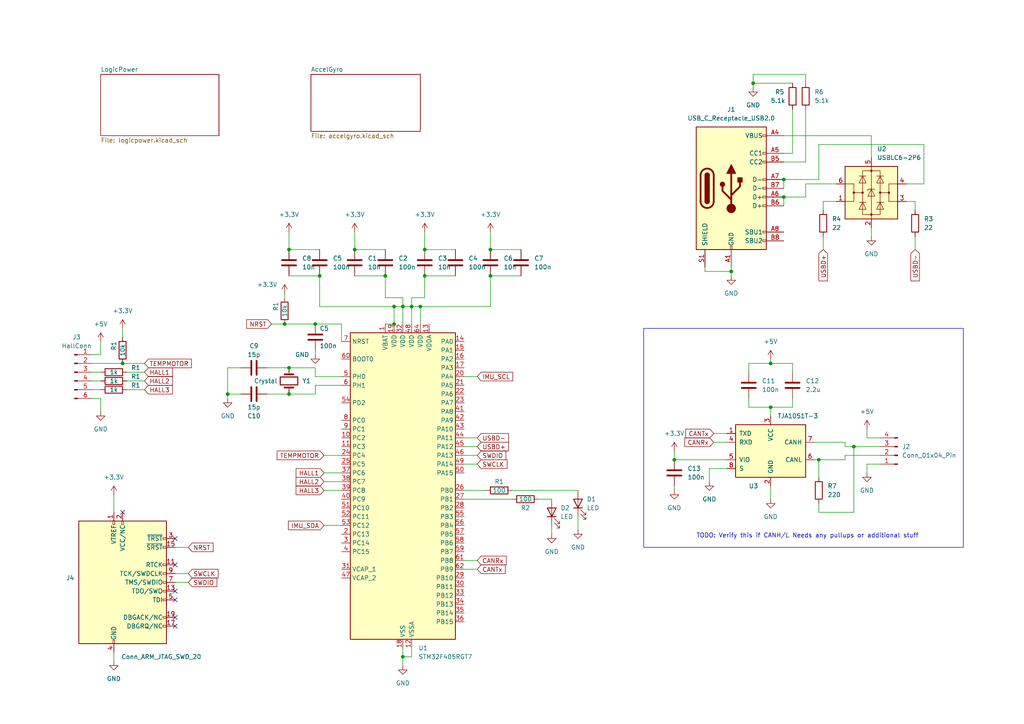
<source format=kicad_sch>
(kicad_sch (version 20230121) (generator eeschema)
  (paper "A4")
  (lib_symbols
    (symbol "Connector:Conn_01x04_Pin" (pin_names (offset 1.016) hide)
      (property "Reference" "J" (at 0 5.08 0))
      (property "Value" "Conn_01x04_Pin" (at 0 -7.62 0))
      (symbol "Conn_01x04_Pin_1_1"
        (polyline (pts (xy 1.27 -5.08) (xy 0.8636 -5.08)) (stroke (width 0.1524)))
        (polyline (pts (xy 1.27 -2.54) (xy 0.8636 -2.54)) (stroke (width 0.1524)))
        (polyline (pts (xy 1.27 0) (xy 0.8636 0)) (stroke (width 0.1524)))
        (polyline (pts (xy 1.27 2.54) (xy 0.8636 2.54)) (stroke (width 0.1524)))
        (rectangle (start 0.8636 -4.953) (end 0 -5.207) (stroke (width 0.1524)) (fill (type outline)))
        (rectangle (start 0.8636 -2.413) (end 0 -2.667) (stroke (width 0.1524)) (fill (type outline)))
        (rectangle (start 0.8636 0.127) (end 0 -0.127) (stroke (width 0.1524)) (fill (type outline)))
        (rectangle (start 0.8636 2.667) (end 0 2.413) (stroke (width 0.1524)) (fill (type outline)))
        (pin passive line (at 5.08 2.54 180) (length 3.81) (name "Pin_1") (number "1"))
        (pin passive line (at 5.08 0 180) (length 3.81) (name "Pin_2") (number "2"))
        (pin passive line (at 5.08 -2.54 180) (length 3.81) (name "Pin_3") (number "3"))
        (pin passive line (at 5.08 -5.08 180) (length 3.81) (name "Pin_4") (number "4"))
      )
    )
    (symbol "Connector:Conn_01x06_Pin" (pin_names (offset 1.016) hide)
      (property "Reference" "J" (at 0 7.62 0))
      (property "Value" "Conn_01x06_Pin" (at 0 -10.16 0))
      (symbol "Conn_01x06_Pin_1_1"
        (polyline (pts (xy 1.27 -7.62) (xy 0.8636 -7.62)) (stroke (width 0.1524)))
        (polyline (pts (xy 1.27 -5.08) (xy 0.8636 -5.08)) (stroke (width 0.1524)))
        (polyline (pts (xy 1.27 -2.54) (xy 0.8636 -2.54)) (stroke (width 0.1524)))
        (polyline (pts (xy 1.27 0) (xy 0.8636 0)) (stroke (width 0.1524)))
        (polyline (pts (xy 1.27 2.54) (xy 0.8636 2.54)) (stroke (width 0.1524)))
        (polyline (pts (xy 1.27 5.08) (xy 0.8636 5.08)) (stroke (width 0.1524)))
        (rectangle (start 0.8636 -7.493) (end 0 -7.747) (stroke (width 0.1524)) (fill (type outline)))
        (rectangle (start 0.8636 -4.953) (end 0 -5.207) (stroke (width 0.1524)) (fill (type outline)))
        (rectangle (start 0.8636 -2.413) (end 0 -2.667) (stroke (width 0.1524)) (fill (type outline)))
        (rectangle (start 0.8636 0.127) (end 0 -0.127) (stroke (width 0.1524)) (fill (type outline)))
        (rectangle (start 0.8636 2.667) (end 0 2.413) (stroke (width 0.1524)) (fill (type outline)))
        (rectangle (start 0.8636 5.207) (end 0 4.953) (stroke (width 0.1524)) (fill (type outline)))
        (pin passive line (at 5.08 5.08 180) (length 3.81) (name "Pin_1") (number "1"))
        (pin passive line (at 5.08 2.54 180) (length 3.81) (name "Pin_2") (number "2"))
        (pin passive line (at 5.08 0 180) (length 3.81) (name "Pin_3") (number "3"))
        (pin passive line (at 5.08 -2.54 180) (length 3.81) (name "Pin_4") (number "4"))
        (pin passive line (at 5.08 -5.08 180) (length 3.81) (name "Pin_5") (number "5"))
        (pin passive line (at 5.08 -7.62 180) (length 3.81) (name "Pin_6") (number "6"))
      )
    )
    (symbol "Connector:Conn_ARM_JTAG_SWD_20" (pin_names (offset 1.016))
      (property "Reference" "J" (at -5.08 21.59 0))
      (property "Value" "Conn_ARM_JTAG_SWD_20" (at -5.08 19.05 0))
      (symbol "Conn_ARM_JTAG_SWD_20_0_1"
        (rectangle (start -12.7 17.78) (end 12.7 -17.78) (stroke (width 0.254)) (fill (type background)))
        (rectangle (start -2.794 -17.78) (end -2.286 -16.764))
        (rectangle (start -2.794 17.78) (end -2.286 16.764))
        (rectangle (start -0.254 17.78) (end 0.254 16.764))
        (rectangle (start 11.684 2.286) (end 12.7 2.794))
        (rectangle (start 12.7 -12.446) (end 11.684 -12.954))
        (rectangle (start 12.7 -9.906) (end 11.684 -10.414))
        (rectangle (start 12.7 -2.794) (end 11.684 -2.286))
        (rectangle (start 12.7 -0.254) (end 11.684 0.254))
        (rectangle (start 12.7 4.826) (end 11.684 5.334))
        (rectangle (start 12.7 10.414) (end 11.684 9.906))
        (rectangle (start 12.7 12.954) (end 11.684 12.446))
      )
      (symbol "Conn_ARM_JTAG_SWD_20_1_1"
        (rectangle (start 11.684 -5.334) (end 12.7 -4.826))
        (pin power_in line (at -2.54 20.32 270) (length 2.54) (name "VTREF") (number "1"))
        (pin passive line (at -2.54 -20.32 90) (length 2.54) hide (name "GND") (number "10"))
        (pin input line (at 15.24 5.08 180) (length 2.54) (name "RTCK") (number "11"))
        (pin passive line (at -2.54 -20.32 90) (length 2.54) hide (name "GND") (number "12"))
        (pin input line (at 15.24 -2.54 180) (length 2.54) (name "TDO/SWO") (number "13"))
        (pin passive line (at -2.54 -20.32 90) (length 2.54) hide (name "GND") (number "14"))
        (pin bidirectional line (at 15.24 10.16 180) (length 2.54) (name "~{SRST}") (number "15"))
        (pin passive line (at -2.54 -20.32 90) (length 2.54) hide (name "GND") (number "16"))
        (pin output line (at 15.24 -12.7 180) (length 2.54) (name "DBGRQ/NC") (number "17"))
        (pin passive line (at -2.54 -20.32 90) (length 2.54) hide (name "GND") (number "18"))
        (pin input line (at 15.24 -10.16 180) (length 2.54) (name "DBGACK/NC") (number "19"))
        (pin power_in line (at 0 20.32 270) (length 2.54) (name "VCC/NC") (number "2"))
        (pin passive line (at -2.54 -20.32 90) (length 2.54) hide (name "GND") (number "20"))
        (pin output line (at 15.24 12.7 180) (length 2.54) (name "~{TRST}") (number "3"))
        (pin power_in line (at -2.54 -20.32 90) (length 2.54) (name "GND") (number "4"))
        (pin output line (at 15.24 -5.08 180) (length 2.54) (name "TDI") (number "5"))
        (pin passive line (at -2.54 -20.32 90) (length 2.54) hide (name "GND") (number "6"))
        (pin output line (at 15.24 0 180) (length 2.54) (name "TMS/SWDIO") (number "7"))
        (pin passive line (at -2.54 -20.32 90) (length 2.54) hide (name "GND") (number "8"))
        (pin output line (at 15.24 2.54 180) (length 2.54) (name "TCK/SWDCLK") (number "9"))
      )
    )
    (symbol "Connector:USB_C_Receptacle_USB2.0" (pin_names (offset 1.016))
      (property "Reference" "J" (at -10.16 19.05 0))
      (property "Value" "USB_C_Receptacle_USB2.0" (at 19.05 19.05 0))
      (symbol "USB_C_Receptacle_USB2.0_0_0"
        (rectangle (start -0.254 -17.78) (end 0.254 -16.764))
        (rectangle (start 10.16 -14.986) (end 9.144 -15.494))
        (rectangle (start 10.16 -12.446) (end 9.144 -12.954))
        (rectangle (start 10.16 -4.826) (end 9.144 -5.334))
        (rectangle (start 10.16 -2.286) (end 9.144 -2.794))
        (rectangle (start 10.16 0.254) (end 9.144 -0.254))
        (rectangle (start 10.16 2.794) (end 9.144 2.286))
        (rectangle (start 10.16 7.874) (end 9.144 7.366))
        (rectangle (start 10.16 10.414) (end 9.144 9.906))
        (rectangle (start 10.16 15.494) (end 9.144 14.986))
      )
      (symbol "USB_C_Receptacle_USB2.0_0_1"
        (rectangle (start -10.16 17.78) (end 10.16 -17.78) (stroke (width 0.254)) (fill (type background)))
        (arc (start -8.89 -3.81) (mid -6.985 -5.7067) (end -5.08 -3.81) (stroke (width 0.508)))
        (arc (start -7.62 -3.81) (mid -6.985 -4.4423) (end -6.35 -3.81) (stroke (width 0.254)))
        (arc (start -7.62 -3.81) (mid -6.985 -4.4423) (end -6.35 -3.81) (stroke (width 0.254)) (fill (type outline)))
        (rectangle (start -7.62 -3.81) (end -6.35 3.81) (stroke (width 0.254)) (fill (type outline)))
        (arc (start -6.35 3.81) (mid -6.985 4.4423) (end -7.62 3.81) (stroke (width 0.254)))
        (arc (start -6.35 3.81) (mid -6.985 4.4423) (end -7.62 3.81) (stroke (width 0.254)) (fill (type outline)))
        (arc (start -5.08 3.81) (mid -6.985 5.7067) (end -8.89 3.81) (stroke (width 0.508)))
        (circle (center -2.54 1.143) (radius 0.635) (stroke (width 0.254)) (fill (type outline)))
        (circle (center 0 -5.842) (radius 1.27) (fill (type outline)))
        (polyline (pts (xy -8.89 -3.81) (xy -8.89 3.81)) (stroke (width 0.508)))
        (polyline (pts (xy -5.08 3.81) (xy -5.08 -3.81)) (stroke (width 0.508)))
        (polyline (pts (xy 0 -5.842) (xy 0 4.318)) (stroke (width 0.508)))
        (polyline (pts (xy 0 -3.302) (xy -2.54 -0.762) (xy -2.54 0.508)) (stroke (width 0.508)))
        (polyline (pts (xy 0 -2.032) (xy 2.54 0.508) (xy 2.54 1.778)) (stroke (width 0.508)))
        (polyline (pts (xy -1.27 4.318) (xy 0 6.858) (xy 1.27 4.318) (xy -1.27 4.318)) (stroke (width 0.254)) (fill (type outline)))
        (rectangle (start 1.905 1.778) (end 3.175 3.048) (stroke (width 0.254)) (fill (type outline)))
      )
      (symbol "USB_C_Receptacle_USB2.0_1_1"
        (pin passive line (at 0 -22.86 90) (length 5.08) (name "GND") (number "A1"))
        (pin passive line (at 0 -22.86 90) (length 5.08) hide (name "GND") (number "A12"))
        (pin passive line (at 15.24 15.24 180) (length 5.08) (name "VBUS") (number "A4"))
        (pin bidirectional line (at 15.24 10.16 180) (length 5.08) (name "CC1") (number "A5"))
        (pin bidirectional line (at 15.24 -2.54 180) (length 5.08) (name "D+") (number "A6"))
        (pin bidirectional line (at 15.24 2.54 180) (length 5.08) (name "D-") (number "A7"))
        (pin bidirectional line (at 15.24 -12.7 180) (length 5.08) (name "SBU1") (number "A8"))
        (pin passive line (at 15.24 15.24 180) (length 5.08) hide (name "VBUS") (number "A9"))
        (pin passive line (at 0 -22.86 90) (length 5.08) hide (name "GND") (number "B1"))
        (pin passive line (at 0 -22.86 90) (length 5.08) hide (name "GND") (number "B12"))
        (pin passive line (at 15.24 15.24 180) (length 5.08) hide (name "VBUS") (number "B4"))
        (pin bidirectional line (at 15.24 7.62 180) (length 5.08) (name "CC2") (number "B5"))
        (pin bidirectional line (at 15.24 -5.08 180) (length 5.08) (name "D+") (number "B6"))
        (pin bidirectional line (at 15.24 0 180) (length 5.08) (name "D-") (number "B7"))
        (pin bidirectional line (at 15.24 -15.24 180) (length 5.08) (name "SBU2") (number "B8"))
        (pin passive line (at 15.24 15.24 180) (length 5.08) hide (name "VBUS") (number "B9"))
        (pin passive line (at -7.62 -22.86 90) (length 5.08) (name "SHIELD") (number "S1"))
      )
    )
    (symbol "Device:C" (pin_numbers hide) (pin_names (offset 0.254))
      (property "Reference" "C" (at 0.635 2.54 0))
      (property "Value" "C" (at 0.635 -2.54 0))
      (symbol "C_0_1"
        (polyline (pts (xy -2.032 -0.762) (xy 2.032 -0.762)) (stroke (width 0.508)))
        (polyline (pts (xy -2.032 0.762) (xy 2.032 0.762)) (stroke (width 0.508)))
      )
      (symbol "C_1_1"
        (pin passive line (at 0 3.81 270) (length 2.794) (name "~") (number "1"))
        (pin passive line (at 0 -3.81 90) (length 2.794) (name "~") (number "2"))
      )
    )
    (symbol "Device:Crystal" (pin_numbers hide) (pin_names (offset 1.016) hide)
      (property "Reference" "Y" (at 0 3.81 0))
      (property "Value" "Crystal" (at 0 -3.81 0))
      (symbol "Crystal_0_1"
        (rectangle (start -1.143 2.54) (end 1.143 -2.54) (stroke (width 0.3048)))
        (polyline (pts (xy -2.54 0) (xy -1.905 0)))
        (polyline (pts (xy -1.905 -1.27) (xy -1.905 1.27)) (stroke (width 0.508)))
        (polyline (pts (xy 1.905 -1.27) (xy 1.905 1.27)) (stroke (width 0.508)))
        (polyline (pts (xy 2.54 0) (xy 1.905 0)))
      )
      (symbol "Crystal_1_1"
        (pin passive line (at -3.81 0 0) (length 1.27) (name "1") (number "1"))
        (pin passive line (at 3.81 0 180) (length 1.27) (name "2") (number "2"))
      )
    )
    (symbol "Device:LED" (pin_numbers hide) (pin_names (offset 1.016) hide)
      (property "Reference" "D" (at 0 2.54 0))
      (property "Value" "LED" (at 0 -2.54 0))
      (symbol "LED_0_1"
        (polyline (pts (xy -1.27 -1.27) (xy -1.27 1.27)) (stroke (width 0.254)))
        (polyline (pts (xy -1.27 0) (xy 1.27 0)))
        (polyline (pts (xy 1.27 -1.27) (xy 1.27 1.27) (xy -1.27 0) (xy 1.27 -1.27)) (stroke (width 0.254)))
        (polyline (pts (xy -3.048 -0.762) (xy -4.572 -2.286) (xy -3.81 -2.286) (xy -4.572 -2.286) (xy -4.572 -1.524)))
        (polyline (pts (xy -1.778 -0.762) (xy -3.302 -2.286) (xy -2.54 -2.286) (xy -3.302 -2.286) (xy -3.302 -1.524)))
      )
      (symbol "LED_1_1"
        (pin passive line (at -3.81 0 0) (length 2.54) (name "K") (number "1"))
        (pin passive line (at 3.81 0 180) (length 2.54) (name "A") (number "2"))
      )
    )
    (symbol "Device:R" (pin_numbers hide) (pin_names (offset 0))
      (property "Reference" "R" (at 2.032 0 90))
      (property "Value" "R" (at 0 0 90))
      (symbol "R_0_1"
        (rectangle (start -1.016 -2.54) (end 1.016 2.54) (stroke (width 0.254)))
      )
      (symbol "R_1_1"
        (pin passive line (at 0 3.81 270) (length 1.27) (name "~") (number "1"))
        (pin passive line (at 0 -3.81 90) (length 1.27) (name "~") (number "2"))
      )
    )
    (symbol "Interface_CAN_LIN:TJA1051T-3" (pin_names (offset 1.016))
      (property "Reference" "U" (at -10.16 8.89 0))
      (property "Value" "TJA1051T-3" (at 1.27 8.89 0))
      (symbol "TJA1051T-3_0_1"
        (rectangle (start -10.16 7.62) (end 10.16 -7.62) (stroke (width 0.254)) (fill (type background)))
      )
      (symbol "TJA1051T-3_1_1"
        (pin input line (at -12.7 5.08 0) (length 2.54) (name "TXD") (number "1"))
        (pin power_in line (at 0 -10.16 90) (length 2.54) (name "GND") (number "2"))
        (pin power_in line (at 0 10.16 270) (length 2.54) (name "VCC") (number "3"))
        (pin output line (at -12.7 2.54 0) (length 2.54) (name "RXD") (number "4"))
        (pin power_in line (at -12.7 -2.54 0) (length 2.54) (name "VIO") (number "5"))
        (pin bidirectional line (at 12.7 -2.54 180) (length 2.54) (name "CANL") (number "6"))
        (pin bidirectional line (at 12.7 2.54 180) (length 2.54) (name "CANH") (number "7"))
        (pin input line (at -12.7 -5.08 0) (length 2.54) (name "S") (number "8"))
      )
    )
    (symbol "MCU_ST_STM32F4:STM32F405RGTx"
      (property "Reference" "U" (at -15.24 46.99 0))
      (property "Value" "STM32F405RGTx" (at 10.16 46.99 0))
      (symbol "STM32F405RGTx_0_1"
        (rectangle (start -15.24 -43.18) (end 15.24 45.72) (stroke (width 0.254)) (fill (type background)))
      )
      (symbol "STM32F405RGTx_1_1"
        (pin power_in line (at -5.08 48.26 270) (length 2.54) (name "VBAT") (number "1"))
        (pin bidirectional line (at -17.78 15.24 0) (length 2.54) (name "PC2") (number "10"))
        (pin bidirectional line (at -17.78 12.7 0) (length 2.54) (name "PC3") (number "11"))
        (pin power_in line (at 2.54 -45.72 90) (length 2.54) (name "VSSA") (number "12"))
        (pin power_in line (at 7.62 48.26 270) (length 2.54) (name "VDDA") (number "13"))
        (pin bidirectional line (at 17.78 43.18 180) (length 2.54) (name "PA0") (number "14"))
        (pin bidirectional line (at 17.78 40.64 180) (length 2.54) (name "PA1") (number "15"))
        (pin bidirectional line (at 17.78 38.1 180) (length 2.54) (name "PA2") (number "16"))
        (pin bidirectional line (at 17.78 35.56 180) (length 2.54) (name "PA3") (number "17"))
        (pin power_in line (at 0 -45.72 90) (length 2.54) (name "VSS") (number "18"))
        (pin power_in line (at -2.54 48.26 270) (length 2.54) (name "VDD") (number "19"))
        (pin bidirectional line (at -17.78 -12.7 0) (length 2.54) (name "PC13") (number "2"))
        (pin bidirectional line (at 17.78 33.02 180) (length 2.54) (name "PA4") (number "20"))
        (pin bidirectional line (at 17.78 30.48 180) (length 2.54) (name "PA5") (number "21"))
        (pin bidirectional line (at 17.78 27.94 180) (length 2.54) (name "PA6") (number "22"))
        (pin bidirectional line (at 17.78 25.4 180) (length 2.54) (name "PA7") (number "23"))
        (pin bidirectional line (at -17.78 10.16 0) (length 2.54) (name "PC4") (number "24"))
        (pin bidirectional line (at -17.78 7.62 0) (length 2.54) (name "PC5") (number "25"))
        (pin bidirectional line (at 17.78 0 180) (length 2.54) (name "PB0") (number "26"))
        (pin bidirectional line (at 17.78 -2.54 180) (length 2.54) (name "PB1") (number "27"))
        (pin bidirectional line (at 17.78 -5.08 180) (length 2.54) (name "PB2") (number "28"))
        (pin bidirectional line (at 17.78 -25.4 180) (length 2.54) (name "PB10") (number "29"))
        (pin bidirectional line (at -17.78 -15.24 0) (length 2.54) (name "PC14") (number "3"))
        (pin bidirectional line (at 17.78 -27.94 180) (length 2.54) (name "PB11") (number "30"))
        (pin power_out line (at -17.78 -22.86 0) (length 2.54) (name "VCAP_1") (number "31"))
        (pin power_in line (at 0 48.26 270) (length 2.54) (name "VDD") (number "32"))
        (pin bidirectional line (at 17.78 -30.48 180) (length 2.54) (name "PB12") (number "33"))
        (pin bidirectional line (at 17.78 -33.02 180) (length 2.54) (name "PB13") (number "34"))
        (pin bidirectional line (at 17.78 -35.56 180) (length 2.54) (name "PB14") (number "35"))
        (pin bidirectional line (at 17.78 -38.1 180) (length 2.54) (name "PB15") (number "36"))
        (pin bidirectional line (at -17.78 5.08 0) (length 2.54) (name "PC6") (number "37"))
        (pin bidirectional line (at -17.78 2.54 0) (length 2.54) (name "PC7") (number "38"))
        (pin bidirectional line (at -17.78 0 0) (length 2.54) (name "PC8") (number "39"))
        (pin bidirectional line (at -17.78 -17.78 0) (length 2.54) (name "PC15") (number "4"))
        (pin bidirectional line (at -17.78 -2.54 0) (length 2.54) (name "PC9") (number "40"))
        (pin bidirectional line (at 17.78 22.86 180) (length 2.54) (name "PA8") (number "41"))
        (pin bidirectional line (at 17.78 20.32 180) (length 2.54) (name "PA9") (number "42"))
        (pin bidirectional line (at 17.78 17.78 180) (length 2.54) (name "PA10") (number "43"))
        (pin bidirectional line (at 17.78 15.24 180) (length 2.54) (name "PA11") (number "44"))
        (pin bidirectional line (at 17.78 12.7 180) (length 2.54) (name "PA12") (number "45"))
        (pin bidirectional line (at 17.78 10.16 180) (length 2.54) (name "PA13") (number "46"))
        (pin power_out line (at -17.78 -25.4 0) (length 2.54) (name "VCAP_2") (number "47"))
        (pin power_in line (at 2.54 48.26 270) (length 2.54) (name "VDD") (number "48"))
        (pin bidirectional line (at 17.78 7.62 180) (length 2.54) (name "PA14") (number "49"))
        (pin bidirectional line (at -17.78 33.02 0) (length 2.54) (name "PH0") (number "5"))
        (pin bidirectional line (at 17.78 5.08 180) (length 2.54) (name "PA15") (number "50"))
        (pin bidirectional line (at -17.78 -5.08 0) (length 2.54) (name "PC10") (number "51"))
        (pin bidirectional line (at -17.78 -7.62 0) (length 2.54) (name "PC11") (number "52"))
        (pin bidirectional line (at -17.78 -10.16 0) (length 2.54) (name "PC12") (number "53"))
        (pin bidirectional line (at -17.78 25.4 0) (length 2.54) (name "PD2") (number "54"))
        (pin bidirectional line (at 17.78 -7.62 180) (length 2.54) (name "PB3") (number "55"))
        (pin bidirectional line (at 17.78 -10.16 180) (length 2.54) (name "PB4") (number "56"))
        (pin bidirectional line (at 17.78 -12.7 180) (length 2.54) (name "PB5") (number "57"))
        (pin bidirectional line (at 17.78 -15.24 180) (length 2.54) (name "PB6") (number "58"))
        (pin bidirectional line (at 17.78 -17.78 180) (length 2.54) (name "PB7") (number "59"))
        (pin bidirectional line (at -17.78 30.48 0) (length 2.54) (name "PH1") (number "6"))
        (pin input line (at -17.78 38.1 0) (length 2.54) (name "BOOT0") (number "60"))
        (pin bidirectional line (at 17.78 -20.32 180) (length 2.54) (name "PB8") (number "61"))
        (pin bidirectional line (at 17.78 -22.86 180) (length 2.54) (name "PB9") (number "62"))
        (pin passive line (at 0 -45.72 90) (length 2.54) hide (name "VSS") (number "63"))
        (pin power_in line (at 5.08 48.26 270) (length 2.54) (name "VDD") (number "64"))
        (pin input line (at -17.78 43.18 0) (length 2.54) (name "NRST") (number "7"))
        (pin bidirectional line (at -17.78 20.32 0) (length 2.54) (name "PC0") (number "8"))
        (pin bidirectional line (at -17.78 17.78 0) (length 2.54) (name "PC1") (number "9"))
      )
    )
    (symbol "Power_Protection:USBLC6-2P6" (pin_names hide)
      (property "Reference" "U" (at 2.54 8.89 0))
      (property "Value" "USBLC6-2P6" (at 2.54 -8.89 0))
      (symbol "USBLC6-2P6_0_1"
        (rectangle (start -7.62 -7.62) (end 7.62 7.62) (stroke (width 0.254)) (fill (type background)))
        (circle (center -5.08 0) (radius 0.254) (fill (type outline)))
        (circle (center -2.54 0) (radius 0.254) (fill (type outline)))
        (rectangle (start -2.54 6.35) (end 2.54 -6.35))
        (circle (center 0 -6.35) (radius 0.254) (fill (type outline)))
        (polyline (pts (xy -5.08 -2.54) (xy -7.62 -2.54)))
        (polyline (pts (xy -5.08 0) (xy -5.08 -2.54)))
        (polyline (pts (xy -5.08 2.54) (xy -7.62 2.54)))
        (polyline (pts (xy -1.524 -2.794) (xy -3.556 -2.794)))
        (polyline (pts (xy -1.524 4.826) (xy -3.556 4.826)))
        (polyline (pts (xy 0 -7.62) (xy 0 -6.35)))
        (polyline (pts (xy 0 -6.35) (xy 0 1.27)))
        (polyline (pts (xy 0 1.27) (xy 0 6.35)))
        (polyline (pts (xy 0 6.35) (xy 0 7.62)))
        (polyline (pts (xy 1.524 -2.794) (xy 3.556 -2.794)))
        (polyline (pts (xy 1.524 4.826) (xy 3.556 4.826)))
        (polyline (pts (xy 5.08 -2.54) (xy 7.62 -2.54)))
        (polyline (pts (xy 5.08 0) (xy 5.08 -2.54)))
        (polyline (pts (xy 5.08 2.54) (xy 7.62 2.54)))
        (polyline (pts (xy -2.54 0) (xy -5.08 0) (xy -5.08 2.54)))
        (polyline (pts (xy 2.54 0) (xy 5.08 0) (xy 5.08 2.54)))
        (polyline (pts (xy -3.556 -4.826) (xy -1.524 -4.826) (xy -2.54 -2.794) (xy -3.556 -4.826)))
        (polyline (pts (xy -3.556 2.794) (xy -1.524 2.794) (xy -2.54 4.826) (xy -3.556 2.794)))
        (polyline (pts (xy -1.016 -1.016) (xy 1.016 -1.016) (xy 0 1.016) (xy -1.016 -1.016)))
        (polyline (pts (xy 1.016 1.016) (xy 0.762 1.016) (xy -1.016 1.016) (xy -1.016 0.508)))
        (polyline (pts (xy 3.556 -4.826) (xy 1.524 -4.826) (xy 2.54 -2.794) (xy 3.556 -4.826)))
        (polyline (pts (xy 3.556 2.794) (xy 1.524 2.794) (xy 2.54 4.826) (xy 3.556 2.794)))
        (circle (center 0 6.35) (radius 0.254) (fill (type outline)))
        (circle (center 2.54 0) (radius 0.254) (fill (type outline)))
        (circle (center 5.08 0) (radius 0.254) (fill (type outline)))
      )
      (symbol "USBLC6-2P6_1_1"
        (pin passive line (at -10.16 -2.54 0) (length 2.54) (name "I/O1") (number "1"))
        (pin passive line (at 0 -10.16 90) (length 2.54) (name "GND") (number "2"))
        (pin passive line (at 10.16 -2.54 180) (length 2.54) (name "I/O2") (number "3"))
        (pin passive line (at 10.16 2.54 180) (length 2.54) (name "I/O2") (number "4"))
        (pin passive line (at 0 10.16 270) (length 2.54) (name "VBUS") (number "5"))
        (pin passive line (at -10.16 2.54 0) (length 2.54) (name "I/O1") (number "6"))
      )
    )
    (symbol "power:+3.3V" (power) (pin_names (offset 0))
      (property "Value" "+3.3V" (at 0 3.556 0))
      (symbol "+3.3V_0_1"
        (polyline (pts (xy -0.762 1.27) (xy 0 2.54)))
        (polyline (pts (xy 0 0) (xy 0 2.54)))
        (polyline (pts (xy 0 2.54) (xy 0.762 1.27)))
      )
      (symbol "+3.3V_1_1"
        (pin power_in line (at 0 0 90) (length 0) hide (name "+3.3V") (number "1"))
      )
    )
    (symbol "power:+5V" (power) (pin_names (offset 0))
      (property "Value" "+5V" (at 0 3.556 0))
      (symbol "+5V_0_1"
        (polyline (pts (xy -0.762 1.27) (xy 0 2.54)))
        (polyline (pts (xy 0 0) (xy 0 2.54)))
        (polyline (pts (xy 0 2.54) (xy 0.762 1.27)))
      )
      (symbol "+5V_1_1"
        (pin power_in line (at 0 0 90) (length 0) hide (name "+5V") (number "1"))
      )
    )
    (symbol "power:GND" (power) (pin_names (offset 0))
      (property "Value" "GND" (at 0 -3.81 0))
      (symbol "GND_0_1"
        (polyline (pts (xy 0 0) (xy 0 -1.27) (xy 1.27 -1.27) (xy 0 -2.54) (xy -1.27 -1.27) (xy 0 -1.27)))
      )
      (symbol "GND_1_1"
        (pin power_in line (at 0 0 270) (length 0) hide (name "GND") (number "1"))
      )
    )
  )
  (junction (at 195.58 133.35))
  (junction (at 123.19 80.01))
  (junction (at 114.3 88.9))
  (junction (at 218.44 24.13))
  (junction (at 247.65 129.54))
  (junction (at 121.92 88.9))
  (junction (at 119.38 88.9))
  (junction (at 66.04 114.3))
  (junction (at 82.55 93.98))
  (junction (at 83.82 106.68))
  (junction (at 223.52 118.11))
  (junction (at 114.3 93.98))
  (junction (at 212.09 78.74))
  (junction (at 83.82 114.3))
  (junction (at 35.56 105.41))
  (junction (at 91.44 93.98))
  (junction (at 116.84 88.9))
  (junction (at 116.84 190.5))
  (junction (at 111.76 80.01))
  (junction (at 102.87 72.39))
  (junction (at 142.24 72.39))
  (junction (at 92.71 80.01))
  (junction (at 142.24 80.01))
  (junction (at 223.52 105.41))
  (junction (at 83.82 72.39))
  (junction (at 123.19 72.39))
  (junction (at 237.49 133.35))
  (junction (at 227.33 57.15))
  (junction (at 227.33 52.07))
  (no_connect (at 50.8 171.45))
  (no_connect (at 50.8 179.07))
  (no_connect (at 50.8 163.83))
  (no_connect (at 50.8 181.61))
  (no_connect (at 35.56 148.59))
  (no_connect (at 50.8 173.99))
  (no_connect (at 50.8 156.21))
  (wire (pts (xy 233.68 24.13) (xy 233.68 21.59)))
  (wire (pts (xy 99.06 99.06) (xy 99.06 93.98)))
  (wire (pts (xy 134.62 132.08) (xy 138.43 132.08)))
  (wire (pts (xy 29.21 115.57) (xy 26.67 115.57)))
  (wire (pts (xy 50.8 168.91) (xy 54.61 168.91)))
  (wire (pts (xy 242.57 53.34) (xy 233.68 53.34)))
  (wire (pts (xy 142.24 88.9) (xy 142.24 80.01)))
  (wire (pts (xy 35.56 95.25) (xy 35.56 97.79)))
  (wire (pts (xy 121.92 88.9) (xy 142.24 88.9)))
  (wire (pts (xy 207.01 125.73) (xy 210.82 125.73)))
  (wire (pts (xy 29.21 102.87) (xy 29.21 99.06)))
  (wire (pts (xy 134.62 134.62) (xy 138.43 134.62)))
  (wire (pts (xy 50.8 166.37) (xy 54.61 166.37)))
  (wire (pts (xy 119.38 88.9) (xy 119.38 86.36)))
  (wire (pts (xy 121.92 93.98) (xy 121.92 88.9)))
  (wire (pts (xy 265.43 68.58) (xy 265.43 72.39)))
  (wire (pts (xy 148.59 142.24) (xy 167.64 142.24)))
  (wire (pts (xy 233.68 46.99) (xy 233.68 31.75)))
  (wire (pts (xy 233.68 21.59) (xy 218.44 21.59)))
  (wire (pts (xy 50.8 158.75) (xy 54.61 158.75)))
  (wire (pts (xy 93.98 139.7) (xy 99.06 139.7)))
  (wire (pts (xy 204.47 78.74) (xy 212.09 78.74)))
  (wire (pts (xy 195.58 130.81) (xy 195.58 133.35)))
  (wire (pts (xy 102.87 72.39) (xy 111.76 72.39)))
  (wire (pts (xy 236.22 128.27) (xy 245.11 128.27)))
  (wire (pts (xy 116.84 86.36) (xy 111.76 86.36)))
  (wire (pts (xy 36.83 113.03) (xy 41.91 113.03)))
  (wire (pts (xy 134.62 127) (xy 138.43 127)))
  (wire (pts (xy 33.02 143.51) (xy 33.02 148.59)))
  (wire (pts (xy 134.62 162.56) (xy 138.43 162.56)))
  (wire (pts (xy 119.38 187.96) (xy 119.38 190.5)))
  (wire (pts (xy 238.76 58.42) (xy 238.76 60.96)))
  (wire (pts (xy 205.74 135.89) (xy 205.74 139.7)))
  (wire (pts (xy 114.3 88.9) (xy 92.71 88.9)))
  (wire (pts (xy 134.62 129.54) (xy 138.43 129.54)))
  (wire (pts (xy 77.47 106.68) (xy 83.82 106.68)))
  (wire (pts (xy 262.89 53.34) (xy 267.97 53.34)))
  (wire (pts (xy 255.27 127) (xy 251.46 127)))
  (wire (pts (xy 134.62 109.22) (xy 138.43 109.22)))
  (wire (pts (xy 119.38 86.36) (xy 123.19 86.36)))
  (wire (pts (xy 237.49 52.07) (xy 227.33 52.07)))
  (wire (pts (xy 111.76 93.98) (xy 114.3 93.98)))
  (wire (pts (xy 247.65 129.54) (xy 255.27 129.54)))
  (wire (pts (xy 237.49 41.91) (xy 237.49 52.07)))
  (wire (pts (xy 227.33 52.07) (xy 227.33 54.61)))
  (wire (pts (xy 116.84 88.9) (xy 116.84 86.36)))
  (wire (pts (xy 123.19 67.31) (xy 123.19 72.39)))
  (wire (pts (xy 229.87 107.95) (xy 229.87 105.41)))
  (wire (pts (xy 233.68 57.15) (xy 227.33 57.15)))
  (wire (pts (xy 218.44 21.59) (xy 218.44 24.13)))
  (wire (pts (xy 69.85 114.3) (xy 66.04 114.3)))
  (wire (pts (xy 237.49 148.59) (xy 247.65 148.59)))
  (wire (pts (xy 227.33 46.99) (xy 233.68 46.99)))
  (wire (pts (xy 26.67 110.49) (xy 29.21 110.49)))
  (wire (pts (xy 217.17 115.57) (xy 217.17 118.11)))
  (wire (pts (xy 36.83 107.95) (xy 41.91 107.95)))
  (wire (pts (xy 26.67 105.41) (xy 35.56 105.41)))
  (wire (pts (xy 204.47 77.47) (xy 204.47 78.74)))
  (wire (pts (xy 229.87 118.11) (xy 223.52 118.11)))
  (wire (pts (xy 195.58 133.35) (xy 210.82 133.35)))
  (wire (pts (xy 245.11 132.08) (xy 255.27 132.08)))
  (wire (pts (xy 93.98 137.16) (xy 99.06 137.16)))
  (wire (pts (xy 66.04 114.3) (xy 66.04 115.57)))
  (wire (pts (xy 116.84 187.96) (xy 116.84 190.5)))
  (wire (pts (xy 119.38 88.9) (xy 121.92 88.9)))
  (wire (pts (xy 238.76 68.58) (xy 238.76 72.39)))
  (wire (pts (xy 265.43 58.42) (xy 265.43 60.96)))
  (wire (pts (xy 237.49 146.05) (xy 237.49 148.59)))
  (wire (pts (xy 91.44 109.22) (xy 91.44 106.68)))
  (wire (pts (xy 229.87 115.57) (xy 229.87 118.11)))
  (wire (pts (xy 26.67 107.95) (xy 29.21 107.95)))
  (wire (pts (xy 236.22 133.35) (xy 237.49 133.35)))
  (wire (pts (xy 33.02 189.23) (xy 33.02 191.77)))
  (wire (pts (xy 156.21 144.78) (xy 160.02 144.78)))
  (wire (pts (xy 223.52 118.11) (xy 223.52 120.65)))
  (wire (pts (xy 142.24 80.01) (xy 151.13 80.01)))
  (wire (pts (xy 252.73 39.37) (xy 227.33 39.37)))
  (wire (pts (xy 93.98 142.24) (xy 99.06 142.24)))
  (wire (pts (xy 114.3 93.98) (xy 114.3 88.9)))
  (wire (pts (xy 69.85 106.68) (xy 66.04 106.68)))
  (wire (pts (xy 29.21 119.38) (xy 29.21 115.57)))
  (wire (pts (xy 195.58 140.97) (xy 195.58 142.24)))
  (wire (pts (xy 77.47 114.3) (xy 83.82 114.3)))
  (wire (pts (xy 218.44 24.13) (xy 218.44 25.4)))
  (wire (pts (xy 237.49 133.35) (xy 245.11 133.35)))
  (wire (pts (xy 245.11 128.27) (xy 245.11 129.54)))
  (wire (pts (xy 78.74 93.98) (xy 82.55 93.98)))
  (wire (pts (xy 102.87 67.31) (xy 102.87 72.39)))
  (wire (pts (xy 123.19 72.39) (xy 132.08 72.39)))
  (wire (pts (xy 35.56 105.41) (xy 41.91 105.41)))
  (wire (pts (xy 116.84 190.5) (xy 116.84 193.04)))
  (wire (pts (xy 99.06 93.98) (xy 91.44 93.98)))
  (wire (pts (xy 252.73 45.72) (xy 252.73 39.37)))
  (wire (pts (xy 251.46 134.62) (xy 251.46 137.16)))
  (wire (pts (xy 116.84 88.9) (xy 119.38 88.9)))
  (wire (pts (xy 223.52 105.41) (xy 217.17 105.41)))
  (wire (pts (xy 212.09 77.47) (xy 212.09 78.74)))
  (wire (pts (xy 66.04 106.68) (xy 66.04 114.3)))
  (wire (pts (xy 251.46 127) (xy 251.46 124.46)))
  (wire (pts (xy 93.98 132.08) (xy 99.06 132.08)))
  (wire (pts (xy 111.76 86.36) (xy 111.76 80.01)))
  (wire (pts (xy 93.98 152.4) (xy 99.06 152.4)))
  (wire (pts (xy 123.19 80.01) (xy 132.08 80.01)))
  (wire (pts (xy 229.87 105.41) (xy 223.52 105.41)))
  (wire (pts (xy 245.11 129.54) (xy 247.65 129.54)))
  (wire (pts (xy 134.62 165.1) (xy 138.43 165.1)))
  (wire (pts (xy 233.68 53.34) (xy 233.68 57.15)))
  (wire (pts (xy 267.97 41.91) (xy 237.49 41.91)))
  (wire (pts (xy 223.52 140.97) (xy 223.52 144.78)))
  (wire (pts (xy 265.43 58.42) (xy 262.89 58.42)))
  (wire (pts (xy 91.44 101.6) (xy 91.44 102.87)))
  (wire (pts (xy 217.17 105.41) (xy 217.17 107.95)))
  (wire (pts (xy 255.27 134.62) (xy 251.46 134.62)))
  (wire (pts (xy 123.19 86.36) (xy 123.19 80.01)))
  (wire (pts (xy 119.38 93.98) (xy 119.38 88.9)))
  (wire (pts (xy 116.84 93.98) (xy 116.84 88.9)))
  (wire (pts (xy 223.52 104.14) (xy 223.52 105.41)))
  (wire (pts (xy 247.65 148.59) (xy 247.65 129.54)))
  (wire (pts (xy 91.44 111.76) (xy 91.44 114.3)))
  (wire (pts (xy 114.3 88.9) (xy 116.84 88.9)))
  (wire (pts (xy 210.82 135.89) (xy 205.74 135.89)))
  (wire (pts (xy 245.11 133.35) (xy 245.11 132.08)))
  (wire (pts (xy 227.33 57.15) (xy 227.33 59.69)))
  (wire (pts (xy 242.57 58.42) (xy 238.76 58.42)))
  (wire (pts (xy 82.55 85.09) (xy 82.55 86.36)))
  (wire (pts (xy 160.02 152.4) (xy 160.02 154.94)))
  (wire (pts (xy 36.83 110.49) (xy 41.91 110.49)))
  (wire (pts (xy 207.01 128.27) (xy 210.82 128.27)))
  (wire (pts (xy 212.09 78.74) (xy 212.09 80.01)))
  (wire (pts (xy 92.71 88.9) (xy 92.71 80.01)))
  (wire (pts (xy 26.67 102.87) (xy 29.21 102.87)))
  (wire (pts (xy 119.38 190.5) (xy 116.84 190.5)))
  (wire (pts (xy 229.87 44.45) (xy 229.87 31.75)))
  (wire (pts (xy 99.06 109.22) (xy 91.44 109.22)))
  (wire (pts (xy 142.24 72.39) (xy 151.13 72.39)))
  (wire (pts (xy 252.73 66.04) (xy 252.73 68.58)))
  (wire (pts (xy 91.44 106.68) (xy 83.82 106.68)))
  (wire (pts (xy 134.62 142.24) (xy 140.97 142.24)))
  (wire (pts (xy 227.33 44.45) (xy 229.87 44.45)))
  (wire (pts (xy 99.06 111.76) (xy 91.44 111.76)))
  (wire (pts (xy 83.82 114.3) (xy 91.44 114.3)))
  (wire (pts (xy 102.87 80.01) (xy 111.76 80.01)))
  (wire (pts (xy 229.87 24.13) (xy 218.44 24.13)))
  (wire (pts (xy 267.97 53.34) (xy 267.97 41.91)))
  (wire (pts (xy 83.82 72.39) (xy 92.71 72.39)))
  (wire (pts (xy 83.82 80.01) (xy 92.71 80.01)))
  (wire (pts (xy 26.67 113.03) (xy 29.21 113.03)))
  (wire (pts (xy 217.17 118.11) (xy 223.52 118.11)))
  (wire (pts (xy 82.55 93.98) (xy 91.44 93.98)))
  (wire (pts (xy 237.49 133.35) (xy 237.49 138.43)))
  (wire (pts (xy 142.24 67.31) (xy 142.24 72.39)))
  (wire (pts (xy 134.62 144.78) (xy 148.59 144.78)))
  (wire (pts (xy 83.82 67.31) (xy 83.82 72.39)))
  (wire (pts (xy 167.64 149.86) (xy 167.64 153.67)))
  (rectangle (start 186.69 95.25) (end 279.4 158.75))
  (text "TODO: Verify this if CANH/L Needs any pullups or additional stuff" (at 201.93 156.21 0) (effects (font (size 1.27 1.27)) (justify left bottom)))
  (global_label "SWDIO" (shape input) (at 54.61 168.91 0) (property "Intersheetrefs" "${INTERSHEET_REFS}" (effects hide)))
  (global_label "HALL1" (shape input) (at 41.91 107.95 0) (property "Intersheetrefs" "${INTERSHEET_REFS}" (effects hide)))
  (global_label "SWCLK" (shape input) (at 54.61 166.37 0) (property "Intersheetrefs" "${INTERSHEET_REFS}" (effects hide)))
  (global_label "CANRx" (shape input) (at 138.43 162.56 0) (property "Intersheetrefs" "${INTERSHEET_REFS}" (effects hide)))
  (global_label "USBD+" (shape input) (at 238.76 72.39 270) (property "Intersheetrefs" "${INTERSHEET_REFS}" (effects hide)))
  (global_label "SWCLK" (shape input) (at 138.43 134.62 0) (property "Intersheetrefs" "${INTERSHEET_REFS}" (effects hide)))
  (global_label "NRST" (shape input) (at 54.61 158.75 0) (property "Intersheetrefs" "${INTERSHEET_REFS}" (effects hide)))
  (global_label "SWDIO" (shape input) (at 138.43 132.08 0) (property "Intersheetrefs" "${INTERSHEET_REFS}" (effects hide)))
  (global_label "IMU_SDA" (shape input) (at 93.98 152.4 180) (property "Intersheetrefs" "${INTERSHEET_REFS}" (effects hide)))
  (global_label "CANTx" (shape input) (at 138.43 165.1 0) (property "Intersheetrefs" "${INTERSHEET_REFS}" (effects hide)))
  (global_label "TEMPMOTOR" (shape input) (at 93.98 132.08 180) (property "Intersheetrefs" "${INTERSHEET_REFS}" (effects hide)))
  (global_label "USBD-" (shape input) (at 138.43 127 0) (property "Intersheetrefs" "${INTERSHEET_REFS}" (effects hide)))
  (global_label "NRST" (shape input) (at 78.74 93.98 180) (property "Intersheetrefs" "${INTERSHEET_REFS}" (effects hide)))
  (global_label "TEMPMOTOR" (shape input) (at 41.91 105.41 0) (property "Intersheetrefs" "${INTERSHEET_REFS}" (effects hide)))
  (global_label "CANTx" (shape input) (at 207.01 125.73 180) (property "Intersheetrefs" "${INTERSHEET_REFS}" (effects hide)))
  (global_label "HALL1" (shape input) (at 93.98 137.16 180) (property "Intersheetrefs" "${INTERSHEET_REFS}" (effects hide)))
  (global_label "CANRx" (shape input) (at 207.01 128.27 180) (property "Intersheetrefs" "${INTERSHEET_REFS}" (effects hide)))
  (global_label "HALL3" (shape input) (at 41.91 113.03 0) (property "Intersheetrefs" "${INTERSHEET_REFS}" (effects hide)))
  (global_label "HALL2" (shape input) (at 93.98 139.7 180) (property "Intersheetrefs" "${INTERSHEET_REFS}" (effects hide)))
  (global_label "HALL3" (shape input) (at 93.98 142.24 180) (property "Intersheetrefs" "${INTERSHEET_REFS}" (effects hide)))
  (global_label "USBD+" (shape input) (at 138.43 129.54 0) (property "Intersheetrefs" "${INTERSHEET_REFS}" (effects hide)))
  (global_label "IMU_SCL" (shape input) (at 138.43 109.22 0) (property "Intersheetrefs" "${INTERSHEET_REFS}" (effects hide)))
  (global_label "USBD-" (shape input) (at 265.43 72.39 270) (property "Intersheetrefs" "${INTERSHEET_REFS}" (effects hide)))
  (global_label "HALL2" (shape input) (at 41.91 110.49 0) (property "Intersheetrefs" "${INTERSHEET_REFS}" (effects hide)))
  (symbol (lib_id "Connector:Conn_01x04_Pin") (at 260.35 132.08 180) (unit 1)
    (property "Reference" "J2" (at 261.62 129.54 0) (effects (justify right)))
    (property "Value" "Conn_01x04_Pin" (at 261.62 132.08 0) (effects (justify right)))
  )
  (symbol (lib_id "Device:C") (at 111.76 76.2 0) (unit 1)
    (property "Reference" "C2" (at 115.57 74.93 0) (effects (justify left)))
    (property "Value" "100n" (at 115.57 77.47 0) (effects (justify left)))
    (instances (project "GigaVesc" (path "" (reference "C2") (unit 1)) (path "" (reference "C6") (unit 1))))
  )
  (symbol (lib_id "power:+3.3V") (at 102.87 67.31 0) (unit 1)
    (property "Reference" "#PWR04" (effects hide))
    (property "Value" "+3.3V" (at 102.87 62.23 0))
    (instances (project "GigaVesc" (path "" (reference "#PWR04") (unit 1)) (path "" (reference "#PWR03") (unit 1))))
  )
  (symbol (lib_id "Device:R") (at 233.68 27.94 0) (unit 1)
    (property "Reference" "R6" (at 236.22 26.67 0) (effects (justify left)))
    (property "Value" "5.1k" (at 236.22 29.21 0) (effects (justify left)))
    (instances (project "GigaVesc" (path "" (reference "R6") (unit 1)) (path "" (reference "R4") (unit 1))))
  )
  (symbol (lib_id "Device:R") (at 265.43 64.77 0) (unit 1)
    (property "Reference" "R3" (at 267.97 63.5 0) (effects (justify left)))
    (property "Value" "22" (at 267.97 66.04 0) (effects (justify left)))
    (instances (project "GigaVesc" (path "" (reference "R3") (unit 1)) (path "" (reference "R6") (unit 1))))
  )
  (symbol (lib_id "Device:C") (at 73.66 114.3 90) (unit 1)
    (property "Reference" "C10" (at 73.66 120.65 90))
    (property "Value" "15p" (at 73.66 118.11 90))
    (instances (project "GigaVesc" (path "" (reference "C10") (unit 1)) (path "" (reference "C2") (unit 1))))
  )
  (symbol (lib_id "power:GND") (at 212.09 80.01 0) (unit 1)
    (property "Reference" "#PWR010" (effects hide))
    (property "Value" "GND" (at 212.09 85.09 0))
    (instances (project "GigaVesc" (path "" (reference "#PWR010") (unit 1)) (path "" (reference "#PWR09") (unit 1))))
  )
  (symbol (lib_id "Connector:USB_C_Receptacle_USB2.0") (at 212.09 54.61 0) (unit 1)
    (property "Reference" "J1" (at 212.09 31.75 0))
    (property "Value" "USB_C_Receptacle_USB2.0" (at 212.09 34.29 0))
    (property "Datasheet" "https://www.usb.org/sites/default/files/documents/usb_type-c.zip" (effects hide))
  )
  (symbol (lib_id "power:GND") (at 218.44 25.4 0) (unit 1)
    (property "Reference" "#PWR011" (effects hide))
    (property "Value" "GND" (at 218.44 30.48 0))
    (instances (project "GigaVesc" (path "" (reference "#PWR011") (unit 1)) (path "" (reference "#PWR010") (unit 1))))
  )
  (symbol (lib_id "Device:LED") (at 167.64 146.05 90) (unit 1)
    (property "Reference" "D1" (at 170.18 144.78 90) (effects (justify right)))
    (property "Value" "LED" (at 170.18 147.32 90) (effects (justify right)))
    (instances (project "GigaVesc" (path "" (reference "D1") (unit 1)) (path "" (reference "D2") (unit 1))))
  )
  (symbol (lib_id "power:+3.3V") (at 82.55 85.09 0) (unit 1)
    (property "Reference" "#PWR03" (effects hide))
    (property "Value" "+3.3V" (at 77.47 82.55 0))
    (instances (project "GigaVesc" (path "" (reference "#PWR03") (unit 1)) (path "" (reference "#PWR047") (unit 1))))
  )
  (symbol (lib_id "Connector:Conn_01x06_Pin") (at 21.59 107.95 0) (unit 1)
    (property "Reference" "J3" (at 22.225 97.79 0))
    (property "Value" "HallConn" (at 22.225 100.33 0))
  )
  (symbol (lib_id "power:GND") (at 91.44 102.87 0) (unit 1)
    (property "Reference" "#PWR08" (effects hide))
    (property "Value" "GND" (at 87.63 102.87 0))
    (instances (project "GigaVesc" (path "" (reference "#PWR08") (unit 1)) (path "" (reference "#PWR046") (unit 1))))
  )
  (symbol (lib_id "Device:R") (at 238.76 64.77 0) (unit 1)
    (property "Reference" "R4" (at 241.3 63.5 0) (effects (justify left)))
    (property "Value" "22" (at 241.3 66.04 0) (effects (justify left)))
    (instances (project "GigaVesc" (path "" (reference "R4") (unit 1)) (path "" (reference "R5") (unit 1))))
  )
  (symbol (lib_id "power:GND") (at 251.46 137.16 0) (unit 1)
    (property "Reference" "#PWR010" (effects hide))
    (property "Value" "GND" (at 251.46 142.24 0))
    (instances (project "GigaVesc" (path "" (reference "#PWR010") (unit 1)) (path "" (reference "#PWR016") (unit 1))))
  )
  (symbol (lib_id "Connector:Conn_ARM_JTAG_SWD_20") (at 35.56 168.91 0) (unit 1)
    (property "Reference" "J4" (at 21.59 167.64 0) (effects (justify right)))
    (property "Value" "Conn_ARM_JTAG_SWD_20" (at 58.42 190.5 0) (effects (justify right)))
    (property "Datasheet" "http://infocenter.arm.com/help/topic/com.arm.doc.dui0499b/DUI0499B_system_design_reference.pdf" (effects hide))
  )
  (symbol (lib_id "Device:C") (at 123.19 76.2 0) (unit 1)
    (property "Reference" "C3" (at 127 74.93 0) (effects (justify left)))
    (property "Value" "10n" (at 127 77.47 0) (effects (justify left)))
    (instances (project "GigaVesc" (path "" (reference "C3") (unit 1)) (path "" (reference "C7") (unit 1))))
  )
  (symbol (lib_id "Device:C") (at 73.66 106.68 270) (unit 1)
    (property "Reference" "C9" (at 73.66 100.33 90))
    (property "Value" "15p" (at 73.66 102.87 90))
    (instances (project "GigaVesc" (path "" (reference "C9") (unit 1)) (path "" (reference "C1") (unit 1))))
  )
  (symbol (lib_id "Device:R") (at 229.87 27.94 0) (unit 1)
    (property "Reference" "R5" (at 224.79 26.67 0) (effects (justify left)))
    (property "Value" "5.1k" (at 223.52 29.21 0) (effects (justify left)))
    (instances (project "GigaVesc" (path "" (reference "R5") (unit 1)) (path "" (reference "R3") (unit 1))))
  )
  (symbol (lib_id "power:GND") (at 33.02 191.77 0) (unit 1)
    (property "Reference" "#PWR07" (effects hide))
    (property "Value" "GND" (at 33.02 196.85 0))
    (instances (project "GigaVesc" (path "" (reference "#PWR07") (unit 1)) (path "" (reference "#PWR045") (unit 1))))
  )
  (symbol (lib_id "power:+3.3V") (at 33.02 143.51 0) (unit 1)
    (property "Reference" "#PWR03" (effects hide))
    (property "Value" "+3.3V" (at 33.02 138.43 0))
    (instances (project "GigaVesc" (path "" (reference "#PWR03") (unit 1)) (path "" (reference "#PWR036") (unit 1))))
  )
  (symbol (lib_id "Device:C") (at 229.87 111.76 0) (unit 1)
    (property "Reference" "C12" (at 233.68 110.49 0) (effects (justify left)))
    (property "Value" "2.2u" (at 233.68 113.03 0) (effects (justify left)))
  )
  (symbol (lib_id "power:+3.3V") (at 142.24 67.31 0) (unit 1)
    (property "Reference" "#PWR06" (effects hide))
    (property "Value" "+3.3V" (at 142.24 62.23 0))
  )
  (symbol (lib_id "Device:C") (at 132.08 76.2 0) (unit 1)
    (property "Reference" "C4" (at 135.89 74.93 0) (effects (justify left)))
    (property "Value" "100n" (at 135.89 77.47 0) (effects (justify left)))
    (instances (project "GigaVesc" (path "" (reference "C4") (unit 1)) (path "" (reference "C8") (unit 1))))
  )
  (symbol (lib_id "power:+3.3V") (at 123.19 67.31 0) (unit 1)
    (property "Reference" "#PWR05" (effects hide))
    (property "Value" "+3.3V" (at 123.19 62.23 0))
  )
  (symbol (lib_id "Device:R") (at 237.49 142.24 0) (unit 1)
    (property "Reference" "R7" (at 240.03 140.97 0) (effects (justify left)))
    (property "Value" "220" (at 240.03 143.51 0) (effects (justify left)))
  )
  (symbol (lib_id "Device:R") (at 33.02 110.49 270) (unit 1)
    (property "Reference" "R1" (at 39.37 109.22 90))
    (property "Value" "1k" (at 33.02 110.49 90))
    (instances (project "GigaVesc" (path "" (reference "R1") (unit 1)) (path "" (reference "R9") (unit 1))))
  )
  (symbol (lib_id "power:GND") (at 29.21 119.38 0) (unit 1)
    (property "Reference" "#PWR08" (effects hide))
    (property "Value" "GND" (at 29.21 124.46 0))
    (instances (project "GigaVesc" (path "" (reference "#PWR08") (unit 1)) (path "" (reference "#PWR034") (unit 1))))
  )
  (symbol (lib_id "Device:LED") (at 160.02 148.59 90) (unit 1)
    (property "Reference" "D2" (at 162.56 147.32 90) (effects (justify right)))
    (property "Value" "LED" (at 162.56 149.86 90) (effects (justify right)))
    (instances (project "GigaVesc" (path "" (reference "D2") (unit 1)) (path "" (reference "D1") (unit 1))))
  )
  (symbol (lib_id "power:GND") (at 66.04 115.57 0) (unit 1)
    (property "Reference" "#PWR08" (effects hide))
    (property "Value" "GND" (at 66.04 120.65 0))
    (instances (project "GigaVesc" (path "" (reference "#PWR08") (unit 1)) (path "" (reference "#PWR01") (unit 1))))
  )
  (symbol (lib_id "power:GND") (at 116.84 193.04 0) (unit 1)
    (property "Reference" "#PWR07" (effects hide))
    (property "Value" "GND" (at 116.84 198.12 0))
    (instances (project "GigaVesc" (path "" (reference "#PWR07") (unit 1)) (path "" (reference "#PWR04") (unit 1))))
  )
  (symbol (lib_id "Device:C") (at 151.13 76.2 0) (unit 1)
    (property "Reference" "C7" (at 154.94 74.93 0) (effects (justify left)))
    (property "Value" "100n" (at 154.94 77.47 0) (effects (justify left)))
    (instances (project "GigaVesc" (path "" (reference "C7") (unit 1)) (path "" (reference "C10") (unit 1))))
  )
  (symbol (lib_id "Device:R") (at 33.02 113.03 270) (unit 1)
    (property "Reference" "R1" (at 39.37 111.76 90))
    (property "Value" "1k" (at 33.02 113.03 90))
    (instances (project "GigaVesc" (path "" (reference "R1") (unit 1)) (path "" (reference "R10") (unit 1))))
  )
  (symbol (lib_id "power:+5V") (at 251.46 124.46 0) (unit 1)
    (property "Reference" "#PWR015" (effects hide))
    (property "Value" "+5V" (at 251.46 119.38 0))
  )
  (symbol (lib_id "Device:C") (at 217.17 111.76 0) (unit 1)
    (property "Reference" "C11" (at 220.98 110.49 0) (effects (justify left)))
    (property "Value" "100n" (at 220.98 113.03 0) (effects (justify left)))
  )
  (symbol (lib_id "power:+3.3V") (at 35.56 95.25 0) (unit 1)
    (property "Reference" "#PWR03" (effects hide))
    (property "Value" "+3.3V" (at 35.56 90.17 0))
    (instances (project "GigaVesc" (path "" (reference "#PWR03") (unit 1)) (path "" (reference "#PWR035") (unit 1))))
  )
  (symbol (lib_id "power:GND") (at 205.74 139.7 0) (unit 1)
    (property "Reference" "#PWR010" (effects hide))
    (property "Value" "GND" (at 205.74 144.78 0))
    (instances (project "GigaVesc" (path "" (reference "#PWR010") (unit 1)) (path "" (reference "#PWR013") (unit 1))))
  )
  (symbol (lib_id "Device:R") (at 152.4 144.78 90) (unit 1)
    (property "Reference" "R2" (at 152.4 147.32 90))
    (property "Value" "100" (at 152.4 144.78 90))
  )
  (symbol (lib_id "power:GND") (at 160.02 154.94 0) (unit 1)
    (property "Reference" "#PWR01" (effects hide))
    (property "Value" "GND" (at 160.02 160.02 0))
    (instances (project "GigaVesc" (path "" (reference "#PWR01") (unit 1)) (path "" (reference "#PWR07") (unit 1))))
  )
  (symbol (lib_id "Device:C") (at 92.71 76.2 0) (unit 1)
    (property "Reference" "C5" (at 96.52 74.93 0) (effects (justify left)))
    (property "Value" "100n" (at 96.52 77.47 0) (effects (justify left)))
    (instances (project "GigaVesc" (path "" (reference "C5") (unit 1)) (path "" (reference "C4") (unit 1))))
  )
  (symbol (lib_id "power:GND") (at 195.58 142.24 0) (unit 1)
    (property "Reference" "#PWR010" (effects hide))
    (property "Value" "GND" (at 195.58 147.32 0))
    (instances (project "GigaVesc" (path "" (reference "#PWR010") (unit 1)) (path "" (reference "#PWR018") (unit 1))))
  )
  (symbol (lib_id "power:GND") (at 167.64 153.67 0) (unit 1)
    (property "Reference" "#PWR02" (effects hide))
    (property "Value" "GND" (at 167.64 158.75 0))
    (instances (project "GigaVesc" (path "" (reference "#PWR02") (unit 1)) (path "" (reference "#PWR08") (unit 1))))
  )
  (symbol (lib_id "power:GND") (at 223.52 144.78 0) (unit 1)
    (property "Reference" "#PWR010" (effects hide))
    (property "Value" "GND" (at 223.52 149.86 0))
    (instances (project "GigaVesc" (path "" (reference "#PWR010") (unit 1)) (path "" (reference "#PWR014") (unit 1))))
  )
  (symbol (lib_id "Device:C") (at 195.58 137.16 0) (unit 1)
    (property "Reference" "C13" (at 199.39 135.89 0) (effects (justify left)))
    (property "Value" "100n" (at 199.39 138.43 0) (effects (justify left)))
  )
  (symbol (lib_id "Device:C") (at 83.82 76.2 0) (unit 1)
    (property "Reference" "C8" (at 87.63 74.93 0) (effects (justify left)))
    (property "Value" "10n" (at 87.63 77.47 0) (effects (justify left)))
    (instances (project "GigaVesc" (path "" (reference "C8") (unit 1)) (path "" (reference "C3") (unit 1))))
  )
  (symbol (lib_id "Device:R") (at 35.56 101.6 0) (unit 1)
    (property "Reference" "R1" (at 33.02 100.33 90))
    (property "Value" "10k" (at 35.56 101.6 90))
    (instances (project "GigaVesc" (path "" (reference "R1") (unit 1)) (path "" (reference "R11") (unit 1))))
  )
  (symbol (lib_id "power:+3.3V") (at 195.58 130.81 0) (unit 1)
    (property "Reference" "#PWR06" (effects hide))
    (property "Value" "+3.3V" (at 195.58 125.73 0))
    (instances (project "GigaVesc" (path "" (reference "#PWR06") (unit 1)) (path "" (reference "#PWR017") (unit 1))))
  )
  (symbol (lib_id "MCU_ST_STM32F4:STM32F405RGTx") (at 116.84 142.24 0) (unit 1)
    (property "Reference" "U1" (at 121.3359 187.96 0) (effects (justify left)))
    (property "Value" "STM32F405RGT7" (at 121.3359 190.5 0) (effects (justify left)))
    (property "Footprint" "Package_QFP:LQFP-64_10x10mm_P0.5mm" (effects hide))
    (property "Datasheet" "https://www.st.com/resource/en/datasheet/stm32f405rg.pdf" (effects hide))
  )
  (symbol (lib_id "power:+5V") (at 29.21 99.06 0) (unit 1)
    (property "Reference" "#PWR033" (effects hide))
    (property "Value" "+5V" (at 29.21 93.98 0))
  )
  (symbol (lib_id "Power_Protection:USBLC6-2P6") (at 252.73 55.88 0) (unit 1)
    (property "Reference" "U2" (at 254.3811 43.18 0) (effects (justify left)))
    (property "Value" "USBLC6-2P6" (at 254.3811 45.72 0) (effects (justify left)))
    (property "Footprint" "Package_TO_SOT_SMD:SOT-666" (effects hide))
    (property "Datasheet" "https://www.st.com/resource/en/datasheet/usblc6-2.pdf" (effects hide))
  )
  (symbol (lib_id "Device:R") (at 82.55 90.17 0) (unit 1)
    (property "Reference" "R1" (at 80.01 88.9 90))
    (property "Value" "10k" (at 82.55 90.17 90))
    (instances (project "GigaVesc" (path "" (reference "R1") (unit 1)) (path "" (reference "R14") (unit 1))))
  )
  (symbol (lib_id "Device:R") (at 144.78 142.24 270) (unit 1)
    (property "Reference" "R1" (at 144.78 139.7 90))
    (property "Value" "100" (at 144.78 142.24 90))
  )
  (symbol (lib_id "Device:Crystal") (at 83.82 110.49 90) (unit 1)
    (property "Reference" "Y1" (at 87.63 110.49 90) (effects (justify right)))
    (property "Value" "Crystal" (at 73.66 110.49 90) (effects (justify right)))
  )
  (symbol (lib_id "power:+3.3V") (at 83.82 67.31 0) (unit 1)
    (property "Reference" "#PWR03" (effects hide))
    (property "Value" "+3.3V" (at 83.82 62.23 0))
    (instances (project "GigaVesc" (path "" (reference "#PWR03") (unit 1)) (path "" (reference "#PWR02") (unit 1))))
  )
  (symbol (lib_id "Device:R") (at 33.02 107.95 270) (unit 1)
    (property "Reference" "R1" (at 39.37 106.68 90))
    (property "Value" "1k" (at 33.02 107.95 90))
    (instances (project "GigaVesc" (path "" (reference "R1") (unit 1)) (path "" (reference "R8") (unit 1))))
  )
  (symbol (lib_id "Device:C") (at 142.24 76.2 0) (unit 1)
    (property "Reference" "C6" (at 146.05 74.93 0) (effects (justify left)))
    (property "Value" "10n" (at 146.05 77.47 0) (effects (justify left)))
    (instances (project "GigaVesc" (path "" (reference "C6") (unit 1)) (path "" (reference "C9") (unit 1))))
  )
  (symbol (lib_id "Device:C") (at 102.87 76.2 0) (unit 1)
    (property "Reference" "C1" (at 106.68 74.93 0) (effects (justify left)))
    (property "Value" "10n" (at 106.68 77.47 0) (effects (justify left)))
    (instances (project "GigaVesc" (path "" (reference "C1") (unit 1)) (path "" (reference "C5") (unit 1))))
  )
  (symbol (lib_id "power:+5V") (at 223.52 104.14 0) (unit 1)
    (property "Reference" "#PWR012" (effects hide))
    (property "Value" "+5V" (at 223.52 99.06 0))
  )
  (symbol (lib_id "power:GND") (at 252.73 68.58 0) (unit 1)
    (property "Reference" "#PWR09" (effects hide))
    (property "Value" "GND" (at 252.73 73.66 0))
    (instances (project "GigaVesc" (path "" (reference "#PWR09") (unit 1)) (path "" (reference "#PWR011") (unit 1))))
  )
  (symbol (lib_id "Device:C") (at 91.44 97.79 0) (unit 1)
    (property "Reference" "C5" (at 92.71 95.25 0) (effects (justify left)))
    (property "Value" "100n" (at 92.71 100.33 0) (effects (justify left)))
    (instances (project "GigaVesc" (path "" (reference "C5") (unit 1)) (path "" (reference "C23") (unit 1))))
  )
  (symbol (lib_id "Interface_CAN_LIN:TJA1051T-3") (at 223.52 130.81 0) (unit 1)
    (property "Reference" "U3" (at 217.17 140.97 0) (effects (justify left)))
    (property "Value" "TJA1051T-3" (at 225.4759 120.65 0) (effects (justify left)))
    (property "Footprint" "Package_SO:SOIC-8_3.9x4.9mm_P1.27mm" (effects hide))
    (property "Datasheet" "http://www.nxp.com/documents/data_sheet/TJA1051.pdf" (effects hide))
  )
  (sheet (at 90.17 21.59) (size 31.75 16.51) (stroke (width 0.1524))
    (property "Sheetname" "AccelGyro" (at 90.17 20.8784 0) (effects (justify left bottom)))
    (property "Sheetfile" "accelgyro.kicad_sch" (at 90.17 38.6846 0) (effects (justify left top)))
  )
  (sheet (at 29.21 21.59) (size 34.29 17.78) (stroke (width 0.1524))
    (property "Sheetname" "LogicPower" (at 29.21 20.8784 0) (effects (justify left bottom)))
    (property "Sheetfile" "logicpower.kicad_sch" (at 29.21 39.9546 0) (effects (justify left top)))
  )
)
</source>
